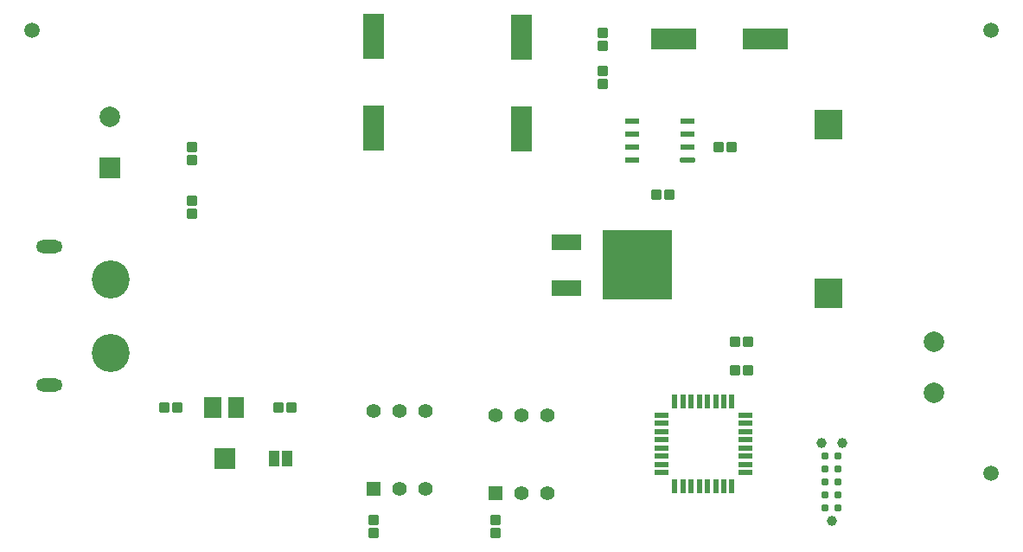
<source format=gbr>
%TF.GenerationSoftware,KiCad,Pcbnew,(5.99.0-11575-g46338403e7)*%
%TF.CreationDate,2021-08-13T15:38:51+02:00*%
%TF.ProjectId,voedings switcher,766f6564-696e-4677-9320-737769746368,rev?*%
%TF.SameCoordinates,Original*%
%TF.FileFunction,Soldermask,Top*%
%TF.FilePolarity,Negative*%
%FSLAX46Y46*%
G04 Gerber Fmt 4.6, Leading zero omitted, Abs format (unit mm)*
G04 Created by KiCad (PCBNEW (5.99.0-11575-g46338403e7)) date 2021-08-13 15:38:51*
%MOMM*%
%LPD*%
G01*
G04 APERTURE LIST*
G04 Aperture macros list*
%AMRoundRect*
0 Rectangle with rounded corners*
0 $1 Rounding radius*
0 $2 $3 $4 $5 $6 $7 $8 $9 X,Y pos of 4 corners*
0 Add a 4 corners polygon primitive as box body*
4,1,4,$2,$3,$4,$5,$6,$7,$8,$9,$2,$3,0*
0 Add four circle primitives for the rounded corners*
1,1,$1+$1,$2,$3*
1,1,$1+$1,$4,$5*
1,1,$1+$1,$6,$7*
1,1,$1+$1,$8,$9*
0 Add four rect primitives between the rounded corners*
20,1,$1+$1,$2,$3,$4,$5,0*
20,1,$1+$1,$4,$5,$6,$7,0*
20,1,$1+$1,$6,$7,$8,$9,0*
20,1,$1+$1,$8,$9,$2,$3,0*%
G04 Aperture macros list end*
%ADD10RoundRect,0.250000X-0.300000X0.250000X-0.300000X-0.250000X0.300000X-0.250000X0.300000X0.250000X0*%
%ADD11RoundRect,0.250000X0.300000X-0.250000X0.300000X0.250000X-0.300000X0.250000X-0.300000X-0.250000X0*%
%ADD12R,4.510000X2.120000*%
%ADD13C,0.990600*%
%ADD14C,0.787400*%
%ADD15R,1.000000X1.500000*%
%ADD16R,1.800000X2.000000*%
%ADD17R,2.000000X2.000000*%
%ADD18R,1.500000X2.000000*%
%ADD19R,2.999740X1.597660*%
%ADD20R,6.740000X6.740000*%
%ADD21R,1.400000X1.400000*%
%ADD22C,1.400000*%
%ADD23R,0.570000X1.460000*%
%ADD24R,1.460000X0.570000*%
%ADD25RoundRect,0.250000X-0.250000X-0.300000X0.250000X-0.300000X0.250000X0.300000X-0.250000X0.300000X0*%
%ADD26C,2.000000*%
%ADD27RoundRect,0.250000X0.250000X0.300000X-0.250000X0.300000X-0.250000X-0.300000X0.250000X-0.300000X0*%
%ADD28C,1.500000*%
%ADD29RoundRect,0.132500X0.592500X-0.132500X0.592500X0.132500X-0.592500X0.132500X-0.592500X-0.132500X0*%
%ADD30R,1.450000X0.530000*%
%ADD31R,2.790000X2.920000*%
%ADD32R,2.120000X4.510000*%
%ADD33C,3.716000*%
%ADD34O,2.600000X1.300000*%
G04 APERTURE END LIST*
D10*
%TO.C,C3*%
X177795000Y-92485000D03*
X176525000Y-92485000D03*
%TD*%
D11*
%TO.C,R5*%
X128365000Y-113255000D03*
X129635000Y-113255000D03*
%TD*%
D12*
%TO.C,C4*%
X187230000Y-77190000D03*
X178230000Y-77190000D03*
%TD*%
D13*
%TO.C,CON1*%
X193720000Y-124360000D03*
X192704000Y-116740000D03*
X194736000Y-116740000D03*
D14*
X194355000Y-123090000D03*
X194355000Y-121820000D03*
X194355000Y-120550000D03*
X194355000Y-119280000D03*
X194355000Y-118010000D03*
X193085000Y-118010000D03*
X193085000Y-119280000D03*
X193085000Y-120550000D03*
X193085000Y-121820000D03*
X193085000Y-123090000D03*
%TD*%
D11*
%TO.C,R6*%
X139540000Y-113280000D03*
X140810000Y-113280000D03*
%TD*%
D15*
%TO.C,JP1*%
X139105000Y-118245000D03*
X140405000Y-118245000D03*
%TD*%
D11*
%TO.C,C7*%
X184280000Y-106870000D03*
X185550000Y-106870000D03*
%TD*%
D16*
%TO.C,RV1*%
X133140000Y-113235392D03*
D17*
X134350000Y-118235392D03*
D18*
X135440000Y-113235392D03*
%TD*%
D19*
%TO.C,D2*%
X167761400Y-97061620D03*
X167761400Y-101618380D03*
D20*
X174657500Y-99340000D03*
%TD*%
D21*
%TO.C,U3*%
X148880000Y-121210000D03*
D22*
X151420000Y-121210000D03*
X153960000Y-121210000D03*
X153960000Y-113590000D03*
X151420000Y-113590000D03*
X148880000Y-113590000D03*
%TD*%
D23*
%TO.C,U4*%
X178360000Y-120958221D03*
X179160000Y-120958221D03*
X179960000Y-120958221D03*
X180760000Y-120958221D03*
X181560000Y-120958221D03*
X182360000Y-120958221D03*
X183160000Y-120958221D03*
X183960000Y-120958221D03*
D24*
X185290000Y-119628221D03*
X185290000Y-118828221D03*
X185290000Y-118028221D03*
X185290000Y-117228221D03*
X185290000Y-116428221D03*
X185290000Y-115628221D03*
X185290000Y-114828221D03*
X185290000Y-114028221D03*
D23*
X183960000Y-112698221D03*
X183160000Y-112698221D03*
X182360000Y-112698221D03*
X181560000Y-112698221D03*
X180760000Y-112698221D03*
X179960000Y-112698221D03*
X179160000Y-112698221D03*
X178360000Y-112698221D03*
D24*
X177030000Y-114028221D03*
X177030000Y-114828221D03*
X177030000Y-115628221D03*
X177030000Y-116428221D03*
X177030000Y-117228221D03*
X177030000Y-118028221D03*
X177030000Y-118828221D03*
X177030000Y-119628221D03*
%TD*%
D11*
%TO.C,C2*%
X182685000Y-87815000D03*
X183955000Y-87815000D03*
%TD*%
D25*
%TO.C,R4*%
X131055000Y-92995000D03*
X131055000Y-94265000D03*
%TD*%
D26*
%TO.C,J1*%
X203710000Y-106820000D03*
X203710000Y-111820000D03*
%TD*%
D27*
%TO.C,R2*%
X171290000Y-77920000D03*
X171290000Y-76650000D03*
%TD*%
D21*
%TO.C,U2*%
X160790000Y-121640000D03*
D22*
X163330000Y-121640000D03*
X165870000Y-121640000D03*
X165870000Y-114020000D03*
X163330000Y-114020000D03*
X160790000Y-114020000D03*
%TD*%
D25*
%TO.C,R3*%
X131100000Y-87760000D03*
X131100000Y-89030000D03*
%TD*%
D28*
%TO.C,FID2*%
X209320000Y-76340000D03*
%TD*%
D29*
%TO.C,U1*%
X179600000Y-89080000D03*
D30*
X179600000Y-87810000D03*
X179600000Y-86540000D03*
X179600000Y-85270000D03*
X174150000Y-85270000D03*
X174150000Y-86540000D03*
X174150000Y-87810000D03*
X174150000Y-89080000D03*
%TD*%
D31*
%TO.C,L1*%
X193400000Y-102110000D03*
X193400000Y-85600000D03*
%TD*%
D28*
%TO.C,FID1*%
X209300000Y-119720000D03*
%TD*%
%TO.C,FID3*%
X115430000Y-76320000D03*
%TD*%
D32*
%TO.C,C1*%
X148830000Y-85940000D03*
X148830000Y-76940000D03*
%TD*%
D27*
%TO.C,R7*%
X160795000Y-125575000D03*
X160795000Y-124305000D03*
%TD*%
D32*
%TO.C,C5*%
X163310000Y-86030000D03*
X163310000Y-77030000D03*
%TD*%
D27*
%TO.C,R8*%
X148885000Y-125525000D03*
X148885000Y-124255000D03*
%TD*%
%TO.C,R1*%
X171290000Y-81580000D03*
X171290000Y-80310000D03*
%TD*%
D17*
%TO.C,con1*%
X123020000Y-89800000D03*
D26*
X123020000Y-84800000D03*
%TD*%
D11*
%TO.C,C6*%
X184220000Y-109614608D03*
X185490000Y-109614608D03*
%TD*%
D33*
%TO.C,con2*%
X123107696Y-100710000D03*
X123107696Y-107910000D03*
D34*
X117107696Y-97560000D03*
X117107696Y-111060000D03*
%TD*%
M02*

</source>
